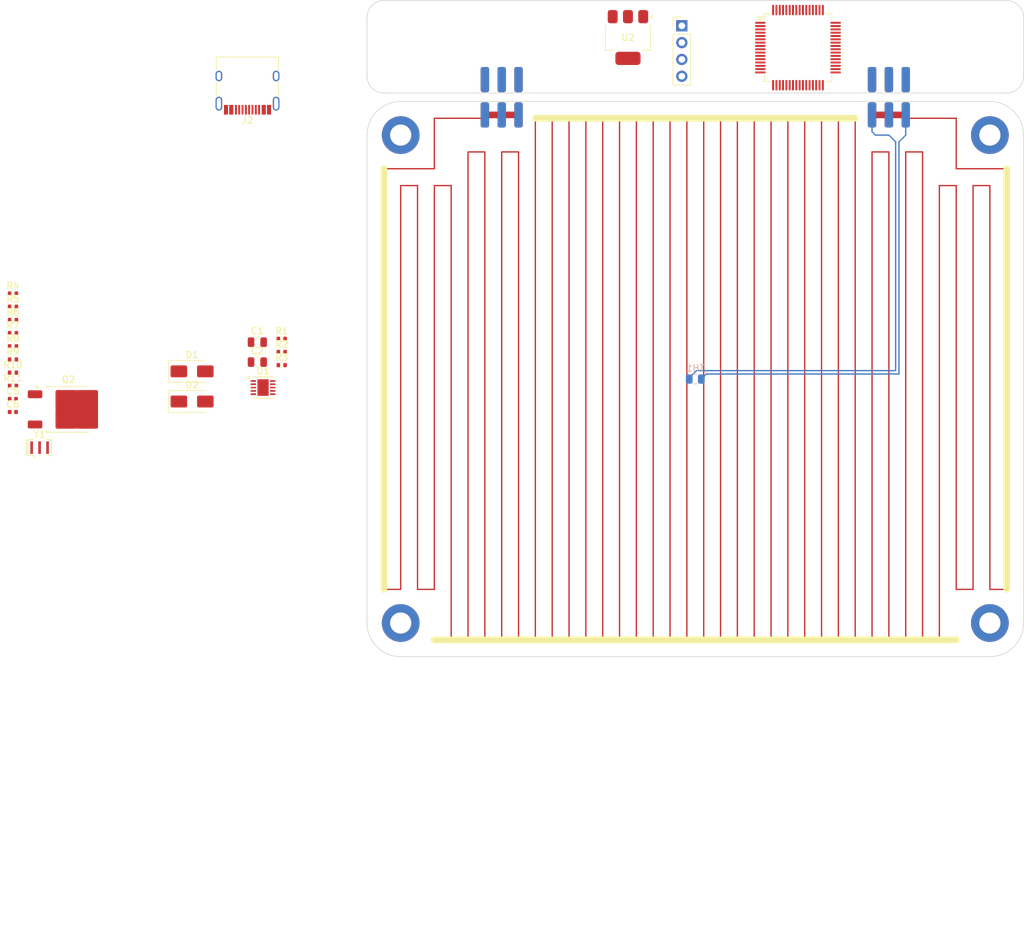
<source format=kicad_pcb>
(kicad_pcb (version 20240108) (generator "pcbnew") (generator_version "8.0")
  (layers (0 "F.Cu" signal) (31 "B.Cu" signal) (34 "B.Paste" user) (35 "F.Paste" user) (36 "B.SilkS" user "B.Silkscreen") (37 "F.SilkS" user "F.Silkscreen") (38 "B.Mask" user) (39 "F.Mask" user) (44 "Edge.Cuts" user))
  (net 0 "")
  (net 1 "+3V3")
  (net 2 "+24V")
  (net 3 "GND")
  (net 7 "Net-(J4-Pin_6)")
  (net 8 "Net-(J4-Pin_2)")
  (net 10 "Net-(Q1-G)")
  (net 11 "GATE")
  (net 12 "Net-(J2-VBUS-PadA4)")
  (net 13 "Net-(U1-VIN)")
  (net 14 "USB_D+")
  (net 15 "Net-(U4-PA12)")
  (net 16 "USB_D-")
  (net 17 "Net-(U4-PA11)")
  (net 18 "Net-(U4-NRST)")
  (net 19 "Heater_CTRL")
  (net 20 "Net-(U4-PB2)")
  (net 21 "BOOT0")
  (net 22 "NTC_Measure")
  (net 23 "Net-(J6-Pin_1)")
  (net 24 "SWCLK")
  (net 40 "SWDIO")
  (net 47 "Net-(U4-PD1)")
  (net 48 "Net-(U4-PD0)")
  (net 60 "SDA1")
  (net 62 "SCL1")
  (net 72 "UDB_D+")
  (net 73 "UDB_D-")
  (net 74 "Net-(J2-CC2)")
  (net 76 "Net-(J2-CC1)")
  (net 78 "Net-(D2-A)")
  (net 83 "/Heater")
  (net 84 "Net-(D1-A)")
  (footprint "Diode_SMD:D_SMA" (layer "F.Cu") (at 63.7735 91.551)
    (property "Reference" "D1" (at 0 -2.5 0) (layer "F.SilkS"))
    (property "Value" "SS34")
    (fp_line (start -3.51 -1.65) (end -3.51 1.65) (stroke (width 0.12)) (layer "F.SilkS"))
    (fp_line (start -3.51 -1.65) (end 2 -1.65) (stroke (width 0.12)) (layer "F.SilkS"))
    (fp_line (start -3.51 1.65) (end 2 1.65) (stroke (width 0.12)) (layer "F.SilkS"))
    (pad "1" smd roundrect (at -2 0) (size 2.5 1.8) (layers "F.Cu" "F.Paste" "F.Mask") (roundrect_rratio 0.1388888889) (net 2 "+24V"))
    (pad "2" smd roundrect (at 2 0) (size 2.5 1.8) (layers "F.Cu" "F.Paste" "F.Mask") (roundrect_rratio 0.1388888889) (net 84 "Net-(D1-A)"))
  )
  (footprint "Capacitor_SMD:C_0805_2012Metric" (layer "F.Cu") (at 73.6185 90.151)
    (property "Reference" "C2" (at 0 -1.68 0) (layer "F.SilkS"))
    (property "Value" "22u")
    (fp_line (start -0.261252 -0.735) (end 0.261252 -0.735) (stroke (width 0.12)) (layer "F.SilkS"))
    (fp_line (start -0.261252 0.735) (end 0.261252 0.735) (stroke (width 0.12)) (layer "F.SilkS"))
    (pad "1" smd roundrect (at -0.95 0) (size 1 1.45) (layers "F.Cu" "F.Paste" "F.Mask") (net 1 "+3V3"))
    (pad "2" smd roundrect (at 0.95 0) (size 1 1.45) (layers "F.Cu" "F.Paste" "F.Mask") (net 3 "GND"))
  )
  (footprint "MountingHole:MountingHole_3.2mm_M3_ISO7380_Pad" (layer "F.Cu") (at 95.25 129.54)
    (property "Reference" "REF**" (hide yes))
    (property "Value" "MountingHole_3.2mm_M3_ISO7380_Pad" (hide yes))
    (pad "1" thru_hole circle (at 0 0) (size 5.7 5.7) (drill 3.2) (layers "*.Cu" "*.Mask"))
  )
  (footprint "Capacitor_SMD:C_0402_1005Metric" (layer "F.Cu") (at 36.7285 95.711)
    (property "Reference" "C5" (at 0 -1.16 0) (layer "F.SilkS"))
    (property "Value" "10p")
    (fp_line (start -0.107836 -0.36) (end 0.107836 -0.36) (stroke (width 0.12)) (layer "F.SilkS"))
    (fp_line (start -0.107836 0.36) (end 0.107836 0.36) (stroke (width 0.12)) (layer "F.SilkS"))
    (pad "1" smd roundrect (at -0.48 0) (size 0.56 0.62) (layers "F.Cu" "F.Paste" "F.Mask") (net 3 "GND"))
    (pad "2" smd roundrect (at 0.48 0) (size 0.56 0.62) (layers "F.Cu" "F.Paste" "F.Mask") (net 48 "Net-(U4-PD0)"))
  )
  (footprint "Package_TO_SOT_SMD:SOT-223-3_TabPin2" (layer "F.Cu") (at 129.54 41.148 -90)
    (property "Reference" "U2" (at 0 0 180) (layer "F.SilkS"))
    (property "Value" "AMS1117-3.3")
    (fp_line (start -1.85 3.41) (end 1.91 3.41) (stroke (width 0.12)) (layer "F.SilkS"))
    (fp_line (start 1.91 3.41) (end 1.91 2.15) (stroke (width 0.12)) (layer "F.SilkS"))
    (fp_line (start -1.85 -3.41) (end 1.91 -3.41) (stroke (width 0.12)) (layer "F.SilkS"))
    (fp_line (start 1.91 -3.41) (end 1.91 -2.15) (stroke (width 0.12)) (layer "F.SilkS"))
    (fp_poly (pts (xy -3.13 -3.31) (xy -3.37 -3.64) (xy -2.89 -3.64) (xy -3.13 -3.31)) (stroke (width 0.12)) (fill solid) (layer "F.SilkS"))
    (pad "1" smd roundrect (at -3.15 -2.3 270) (size 2 1.5) (layers "F.Cu" "F.Paste" "F.Mask") (net 3 "GND"))
    (pad "2" smd roundrect (at -3.15 0 270) (size 2 1.5) (layers "F.Cu" "F.Paste" "F.Mask") (net 1 "+3V3"))
    (pad "2" smd roundrect (at 3.15 0 270) (size 2 3.8) (layers "F.Cu" "F.Paste" "F.Mask") (net 1 "+3V3"))
    (pad "3" smd roundrect (at -3.15 2.3 270) (size 2 1.5) (layers "F.Cu" "F.Paste" "F.Mask") (net 2 "+24V"))
  )
  (footprint "Resistor_SMD:R_0402_1005Metric" (layer "F.Cu") (at 36.7485 91.741)
    (property "Reference" "R10" (at 0 -1.17 0) (layer "F.SilkS"))
    (property "Value" "22")
    (fp_line (start -0.153641 -0.38) (end 0.153641 -0.38) (stroke (width 0.12)) (layer "F.SilkS"))
    (fp_line (start -0.153641 0.38) (end 0.153641 0.38) (stroke (width 0.12)) (layer "F.SilkS"))
    (pad "1" smd roundrect (at -0.51 0) (size 0.54 0.64) (layers "F.Cu" "F.Paste" "F.Mask") (net 15 "Net-(U4-PA12)"))
    (pad "2" smd roundrect (at 0.51 0) (size 0.54 0.64) (layers "F.Cu" "F.Paste" "F.Mask") (net 14 "USB_D+"))
  )
  (footprint "Diode_SMD:D_SMA" (layer "F.Cu") (at 63.7735 96.101)
    (property "Reference" "D2" (at 0 -2.5 0) (layer "F.SilkS"))
    (property "Value" "SS34")
    (fp_line (start -3.51 -1.65) (end -3.51 1.65) (stroke (width 0.12)) (layer "F.SilkS"))
    (fp_line (start -3.51 -1.65) (end 2 -1.65) (stroke (width 0.12)) (layer "F.SilkS"))
    (fp_line (start -3.51 1.65) (end 2 1.65) (stroke (width 0.12)) (layer "F.SilkS"))
    (pad "1" smd roundrect (at -2 0) (size 2.5 1.8) (layers "F.Cu" "F.Paste" "F.Mask") (roundrect_rratio 0.1388888889) (net 2 "+24V"))
    (pad "2" smd roundrect (at 2 0) (size 2.5 1.8) (layers "F.Cu" "F.Paste" "F.Mask") (roundrect_rratio 0.1388888889) (net 78 "Net-(D2-A)"))
  )
  (footprint "Edge_Connector:02x03" (layer "F.Cu") (at 110.49 52.832)
    (property "Reference" "J3" (hide yes))
    (property "Value" "Conn_02x03_Odd_Even" (hide yes))
    (pad "1" smd roundrect (at -2.54 0) (size 1.27 3.81) (layers "F.Cu" "F.Paste" "F.Mask") (net 83 "/Heater"))
    (pad "2" smd roundrect (at -2.54 0) (size 1.27 3.81) (layers "B.Cu" "B.Paste" "B.Mask"))
    (pad "3" smd roundrect (at 0 0) (size 1.27 3.81) (layers "F.Cu" "F.Paste" "F.Mask") (net 83 "/Heater"))
    (pad "4" smd roundrect (at 0 0) (size 1.27 3.81) (layers "B.Cu" "B.Paste" "B.Mask"))
    (pad "5" smd roundrect (at 2.54 0) (size 1.27 3.81) (layers "F.Cu" "F.Paste" "F.Mask") (net 83 "/Heater"))
    (pad "6" smd roundrect (at 2.54 0) (size 1.27 3.81) (layers "B.Cu" "B.Paste" "B.Mask"))
  )
  (footprint "Capacitor_SMD:C_0805_2012Metric" (layer "F.Cu") (at 73.6185 87.141)
    (property "Reference" "C1" (at 0 -1.68 0) (layer "F.SilkS"))
    (property "Value" "22u")
    (fp_line (start -0.261252 -0.735) (end 0.261252 -0.735) (stroke (width 0.12)) (layer "F.SilkS"))
    (fp_line (start -0.261252 0.735) (end 0.261252 0.735) (stroke (width 0.12)) (layer "F.SilkS"))
    (pad "1" smd roundrect (at -0.95 0) (size 1 1.45) (layers "F.Cu" "F.Paste" "F.Mask") (net 2 "+24V"))
    (pad "2" smd roundrect (at 0.95 0) (size 1 1.45) (layers "F.Cu" "F.Paste" "F.Mask") (net 3 "GND"))
  )
  (footprint "Resistor_SMD:R_0402_1005Metric" (layer "F.Cu") (at 36.7485 93.731)
    (property "Reference" "R11" (at 0 -1.17 0) (layer "F.SilkS"))
    (property "Value" "R")
    (fp_line (start -0.153641 -0.38) (end 0.153641 -0.38) (stroke (width 0.12)) (layer "F.SilkS"))
    (fp_line (start -0.153641 0.38) (end 0.153641 0.38) (stroke (width 0.12)) (layer "F.SilkS"))
    (pad "1" smd roundrect (at -0.51 0) (size 0.54 0.64) (layers "F.Cu" "F.Paste" "F.Mask") (net 14 "USB_D+"))
    (pad "2" smd roundrect (at 0.51 0) (size 0.54 0.64) (layers "F.Cu" "F.Paste" "F.Mask") (net 1 "+3V3"))
  )
  (footprint "MountingHole:MountingHole_3.2mm_M3_ISO7380_Pad" (layer "F.Cu") (at 95.25 55.88)
    (property "Reference" "REF**" (hide yes))
    (property "Value" "MountingHole_3.2mm_M3_ISO7380_Pad" (hide yes))
    (pad "1" thru_hole circle (at 0 0) (size 5.7 5.7) (drill 3.2) (layers "*.Cu" "*.Mask"))
  )
  (footprint "Resistor_SMD:R_0402_1005Metric" (layer "F.Cu") (at 36.7485 79.801)
    (property "Reference" "R4" (at 0 -1.17 0) (layer "F.SilkS"))
    (property "Value" "100k")
    (fp_line (start -0.153641 -0.38) (end 0.153641 -0.38) (stroke (width 0.12)) (layer "F.SilkS"))
    (fp_line (start -0.153641 0.38) (end 0.153641 0.38) (stroke (width 0.12)) (layer "F.SilkS"))
    (pad "1" smd roundrect (at -0.51 0) (size 0.54 0.64) (layers "F.Cu" "F.Paste" "F.Mask") (net 19 "Heater_CTRL"))
    (pad "2" smd roundrect (at 0.51 0) (size 0.54 0.64) (layers "F.Cu" "F.Paste" "F.Mask") (net 3 "GND"))
  )
  (footprint "Resistor_SMD:R_0402_1005Metric" (layer "F.Cu") (at 36.7485 89.751)
    (property "Reference" "R9" (at 0 -1.17 0) (layer "F.SilkS"))
    (property "Value" "22")
    (fp_line (start -0.153641 -0.38) (end 0.153641 -0.38) (stroke (width 0.12)) (layer "F.SilkS"))
    (fp_line (start -0.153641 0.38) (end 0.153641 0.38) (stroke (width 0.12)) (layer "F.SilkS"))
    (pad "1" smd roundrect (at -0.51 0) (size 0.54 0.64) (layers "F.Cu" "F.Paste" "F.Mask") (net 17 "Net-(U4-PA11)"))
    (pad "2" smd roundrect (at 0.51 0) (size 0.54 0.64) (layers "F.Cu" "F.Paste" "F.Mask") (net 16 "USB_D-"))
  )
  (footprint "MountingHole:MountingHole_3.2mm_M3_ISO7380_Pad" (layer "F.Cu") (at 184.15 55.88)
    (property "Reference" "REF**" (hide yes))
    (property "Value" "MountingHole_3.2mm_M3_ISO7380_Pad" (hide yes))
    (pad "1" thru_hole circle (at 0 0) (size 5.7 5.7) (drill 3.2) (layers "*.Cu" "*.Mask"))
  )
  (footprint "Resistor_SMD:R_0402_1005Metric" (layer "F.Cu") (at 77.2985 88.621)
    (property "Reference" "R2" (at 0 -1.17 0) (layer "F.SilkS"))
    (property "Value" "100k")
    (fp_line (start -0.153641 -0.38) (end 0.153641 -0.38) (stroke (width 0.12)) (layer "F.SilkS"))
    (fp_line (start -0.153641 0.38) (end 0.153641 0.38) (stroke (width 0.12)) (layer "F.SilkS"))
    (pad "1" smd roundrect (at -0.51 0) (size 0.54 0.64) (layers "F.Cu" "F.Paste" "F.Mask") (net 10 "Net-(Q1-G)"))
    (pad "2" smd roundrect (at 0.51 0) (size 0.54 0.64) (layers "F.Cu" "F.Paste" "F.Mask") (net 12 "Net-(J2-VBUS-PadA4)"))
  )
  (footprint "Resistor_SMD:R_0402_1005Metric" (layer "F.Cu") (at 77.2985 86.631)
    (property "Reference" "R1" (at 0 -1.17 0) (layer "F.SilkS"))
    (property "Value" "10k")
    (fp_line (start -0.153641 -0.38) (end 0.153641 -0.38) (stroke (width 0.12)) (layer "F.SilkS"))
    (fp_line (start -0.153641 0.38) (end 0.153641 0.38) (stroke (width 0.12)) (layer "F.SilkS"))
    (pad "1" smd roundrect (at -0.51 0) (size 0.54 0.64) (layers "F.Cu" "F.Paste" "F.Mask") (net 11 "GATE"))
    (pad "2" smd roundrect (at 0.51 0) (size 0.54 0.64) (layers "F.Cu" "F.Paste" "F.Mask") (net 10 "Net-(Q1-G)"))
  )
  (footprint "Package_TO_SOT_SMD:TO-252-2" (layer "F.Cu") (at 45.1185 97.286)
    (property "Reference" "Q2" (at 0 -4.5 0) (layer "F.SilkS"))
    (property "Value" "Q_NMOS_GDS")
    (fp_line (start -3.31 -3.45) (end -3.31 -3.18) (stroke (width 0.12)) (layer "F.SilkS"))
    (fp_line (start -3.31 3.45) (end -3.31 3.18) (stroke (width 0.12)) (layer "F.SilkS"))
    (fp_line (start 3.11 -3.45) (end -3.31 -3.45) (stroke (width 0.12)) (layer "F.SilkS"))
    (fp_line (start 3.11 3.45) (end -3.31 3.45) (stroke (width 0.12)) (layer "F.SilkS"))
    (fp_poly (pts (xy -4.73 -3.14) (xy -4.97 -3.47) (xy -4.49 -3.47) (xy -4.73 -3.14)) (stroke (width 0.12)) (fill solid) (layer "F.SilkS"))
    (pad "1" smd roundrect (at -5.04 -2.28) (size 2.2 1.2) (layers "F.Cu" "F.Paste" "F.Mask") (roundrect_rratio 0.208333) (net 19 "Heater_CTRL"))
    (pad "2" smd roundrect (at -0.415 -1.525) (size 3.05 2.75) (layers "F.Cu" "F.Paste") (roundrect_rratio 0.090909) (net 23 "Net-(J6-Pin_1)"))
    (pad "2" smd roundrect (at -0.415 1.525) (size 3.05 2.75) (layers "F.Cu" "F.Paste") (roundrect_rratio 0.090909) (net 23 "Net-(J6-Pin_1)"))
    (pad "2" smd roundrect (at 1.26 0) (size 6.4 5.8) (layers "F.Cu" "F.Mask") (roundrect_rratio 0.043103) (net 23 "Net-(J6-Pin_1)"))
    (pad "2" smd roundrect (at 2.935 -1.525) (size 3.05 2.75) (layers "F.Cu" "F.Paste") (roundrect_rratio 0.090909) (net 23 "Net-(J6-Pin_1)"))
    (pad "2" smd roundrect (at 2.935 1.525) (size 3.05 2.75) (layers "F.Cu" "F.Paste") (roundrect_rratio 0.090909) (net 23 "Net-(J6-Pin_1)"))
    (pad "3" smd roundrect (at -5.04 2.28) (size 2.2 1.2) (layers "F.Cu" "F.Paste" "F.Mask") (roundrect_rratio 0.208333) (net 3 "GND"))
  )
  (footprint "Package_DFN_QFN:DFN-10-1EP_3x3mm_P0.5mm_EP1.7x2.5mm" (layer "F.Cu") (at 74.4835 93.996)
    (property "Reference" "U1" (at 0 -2.45 0) (layer "F.SilkS"))
    (property "Value" "HUSB238")
    (fp_line (start -1.5 -1.61) (end 1.5 -1.61) (stroke (width 0.12)) (layer "F.SilkS"))
    (fp_line (start -1.5 1.61) (end 1.5 1.61) (stroke (width 0.12)) (layer "F.SilkS"))
    (fp_poly (pts (xy -2.05 -1.3) (xy -2.53 -1.3) (xy -2.05 -1.78) (xy -2.05 -1.3)) (stroke (width 0.12)) (fill solid) (layer "F.SilkS"))
    (pad "1" smd roundrect (at -1.4625 -1) (size 0.825 0.25) (layers "F.Cu" "F.Paste" "F.Mask") (net 13 "Net-(U1-VIN)"))
    (pad "2" smd roundrect (at -1.4625 -0.5) (size 0.825 0.25) (layers "F.Cu" "F.Paste" "F.Mask") (net 72 "UDB_D+"))
    (pad "3" smd roundrect (at -1.4625 0) (size 0.825 0.25) (layers "F.Cu" "F.Paste" "F.Mask") (net 73 "UDB_D-"))
    (pad "4" smd roundrect (at -1.4625 0.5) (size 0.825 0.25) (layers "F.Cu" "F.Paste" "F.Mask") (net 76 "Net-(J2-CC1)"))
    (pad "5" smd roundrect (at -1.4625 1) (size 0.825 0.25) (layers "F.Cu" "F.Paste" "F.Mask") (net 74 "Net-(J2-CC2)"))
    (pad "6" smd roundrect (at 1.4625 1) (size 0.825 0.25) (layers "F.Cu" "F.Paste" "F.Mask") (net 60 "SDA1"))
    (pad "7" smd roundrect (at 1.4625 0.5) (size 0.825 0.25) (layers "F.Cu" "F.Paste" "F.Mask") (net 62 "SCL1"))
    (pad "8" smd roundrect (at 1.4625 0) (size 0.825 0.25) (layers "F.Cu" "F.Paste" "F.Mask"))
    (pad "9" smd roundrect (at 1.4625 -0.5) (size 0.825 0.25) (layers "F.Cu" "F.Paste" "F.Mask"))
    (pad "10" smd roundrect (at 1.4625 -1) (size 0.825 0.25) (layers "F.Cu" "F.Paste" "F.Mask") (net 11 "GATE"))
    (pad "11" smd rect (at 0 0) (size 1.7 2.5) (property pad_prop_heatsink) (layers "F.Cu" "F.Mask") (net 3 "GND"))
  )
  (footprint "Resistor_SMD:R_0402_1005Metric" (layer "F.Cu") (at 36.7485 83.781)
    (property "Reference" "R6" (at 0 -1.17 0) (layer "F.SilkS"))
    (property "Value" "10k")
    (fp_line (start -0.153641 -0.38) (end 0.153641 -0.38) (stroke (width 0.12)) (layer "F.SilkS"))
    (fp_line (start -0.153641 0.38) (end 0.153641 0.38) (stroke (width 0.12)) (layer "F.SilkS"))
    (pad "1" smd roundrect (at -0.51 0) (size 0.54 0.64) (layers "F.Cu" "F.Paste" "F.Mask") (net 1 "+3V3"))
    (pad "2" smd roundrect (at 0.51 0) (size 0.54 0.64) (layers "F.Cu" "F.Paste" "F.Mask") (net 21 "BOOT0"))
  )
  (footprint "Crystal:Resonator_SMD_Murata_CSTxExxV-3Pin_3.0x1.1mm" (layer "F.Cu") (at 40.7635 103.066)
    (property "Reference" "Y1" (at 0 -2 0) (layer "F.SilkS"))
    (property "Value" "8M")
    (fp_line (start -2 -1.2) (end -2 0.8) (stroke (width 0.12)) (layer "F.SilkS"))
    (fp_line (start -2 0.8) (end -2 1.2) (stroke (width 0.12)) (layer "F.SilkS"))
    (fp_line (start -1.8 -1.2) (end -0.8 -1.2) (stroke (width 0.12)) (layer "F.SilkS"))
    (fp_line (start -1.8 0.8) (end -1.8 -1.2) (stroke (width 0.12)) (layer "F.SilkS"))
    (fp_line (start -1.8 0.8) (end -1.8 1.2) (stroke (width 0.12)) (layer "F.SilkS"))
    (fp_line (start -0.8 1.2) (end -1.8 1.2) (stroke (width 0.12)) (layer "F.SilkS"))
    (fp_line (start -0.8 1.2) (end -0.8 1.6) (stroke (width 0.12)) (layer "F.SilkS"))
    (fp_line (start 1 -1.2) (end 1.8 -1.2) (stroke (width 0.12)) (layer "F.SilkS"))
    (fp_line (start 1.8 -1.2) (end 1.8 0.8) (stroke (width 0.12)) (layer "F.SilkS"))
    (fp_line (start 1.8 0.8) (end 1.8 1.2) (stroke (width 0.12)) (layer "F.SilkS"))
    (fp_line (start 1.8 1.2) (end 1 1.2) (stroke (width 0.12)) (layer "F.SilkS"))
    (pad "1" smd rect (at -1.2 0) (size 0.4 1.9) (layers "F.Cu" "F.Paste" "F.Mask") (net 48 "Net-(U4-PD0)"))
    (pad "2" smd rect (at 0 0) (size 0.4 1.9) (layers "F.Cu" "F.Paste" "F.Mask") (net 3 "GND"))
    (pad "3" smd rect (at 1.2 0) (size 0.4 1.9) (layers "F.Cu" "F.Paste" "F.Mask") (net 47 "Net-(U4-PD1)"))
  )
  (footprint "Resistor_SMD:R_0402_1005Metric" (layer "F.Cu") (at 36.7485 87.761)
    (property "Reference" "R8" (at 0 -1.17 0) (layer "F.SilkS"))
    (property "Value" "10k")
    (fp_line (start -0.153641 -0.38) (end 0.153641 -0.38) (stroke (width 0.12)) (layer "F.SilkS"))
    (fp_line (start -0.153641 0.38) (end 0.153641 0.38) (stroke (width 0.12)) (layer "F.SilkS"))
    (pad "1" smd roundrect (at -0.51 0) (size 0.54 0.64) (layers "F.Cu" "F.Paste" "F.Mask") (net 1 "+3V3"))
    (pad "2" smd roundrect (at 0.51 0) (size 0.54 0.64) (layers "F.Cu" "F.Paste" "F.Mask") (net 18 "Net-(U4-NRST)"))
  )
  (footprint "Resistor_SMD:R_0402_1005Metric" (layer "F.Cu") (at 36.7485 81.791)
    (property "Reference" "R5" (at 0 -1.17 0) (layer "F.SilkS"))
    (property "Value" "10k")
    (fp_line (start -0.153641 -0.38) (end 0.153641 -0.38) (stroke (width 0.12)) (layer "F.SilkS"))
    (fp_line (start -0.153641 0.38) (end 0.153641 0.38) (stroke (width 0.12)) (layer "F.SilkS"))
    (pad "1" smd roundrect (at -0.51 0) (size 0.54 0.64) (layers "F.Cu" "F.Paste" "F.Mask") (net 3 "GND"))
    (pad "2" smd roundrect (at 0.51 0) (size 0.54 0.64) (layers "F.Cu" "F.Paste" "F.Mask") (net 20 "Net-(U4-PB2)"))
  )
  (footprint "Connector_PinHeader_2.54mm:PinHeader_1x04_P2.54mm_Vertical" (layer "F.Cu") (at 137.668 39.38)
    (property "Reference" "J7" (hide yes))
    (property "Value" "Conn_01x04_Pin" (hide yes))
    (fp_line (start -1.33 -1.33) (end 0 -1.33) (stroke (width 0.12)) (layer "F.SilkS"))
    (fp_line (start -1.33 0) (end -1.33 -1.33) (stroke (width 0.12)) (layer "F.SilkS"))
    (fp_line (start -1.33 1.27) (end -1.33 8.95) (stroke (width 0.12)) (layer "F.SilkS"))
    (fp_line (start -1.33 1.27) (end 1.33 1.27) (stroke (width 0.12)) (layer "F.SilkS"))
    (fp_line (start -1.33 8.95) (end 1.33 8.95) (stroke (width 0.12)) (layer "F.SilkS"))
    (fp_line (start 1.33 1.27) (end 1.33 8.95) (stroke (width 0.12)) (layer "F.SilkS"))
    (pad "1" thru_hole rect (at 0 0) (size 1.7 1.7) (drill 1) (layers "*.Cu" "*.Mask") (net 3 "GND"))
    (pad "2" thru_hole oval (at 0 2.54) (size 1.7 1.7) (drill 1) (layers "*.Cu" "*.Mask") (net 1 "+3V3"))
    (pad "3" thru_hole oval (at 0 5.08) (size 1.7 1.7) (drill 1) (layers "*.Cu" "*.Mask") (net 62 "SCL1"))
    (pad "4" thru_hole oval (at 0 7.62) (size 1.7 1.7) (drill 1) (layers "*.Cu" "*.Mask") (net 60 "SDA1"))
  )
  (footprint "Resistor_SMD:R_0402_1005Metric" (layer "F.Cu") (at 77.2985 90.611)
    (property "Reference" "R3" (at 0 -1.17 0) (layer "F.SilkS"))
    (property "Value" "10r")
    (fp_line (start -0.153641 -0.38) (end 0.153641 -0.38) (stroke (width 0.12)) (layer "F.SilkS"))
    (fp_line (start -0.153641 0.38) (end 0.153641 0.38) (stroke (width 0.12)) (layer "F.SilkS"))
    (pad "1" smd roundrect (at -0.51 0) (size 0.54 0.64) (layers "F.Cu" "F.Paste" "F.Mask") (net 12 "Net-(J2-VBUS-PadA4)"))
    (pad "2" smd roundrect (at 0.51 0) (size 0.54 0.64) (layers "F.Cu" "F.Paste" "F.Mask") (net 13 "Net-(U1-VIN)"))
  )
  (footprint "Package_QFP:LQFP-64_10x10mm_P0.5mm" (layer "F.Cu") (at 155.194 42.672)
    (property "Reference" "U4" (hide yes))
    (property "Value" "STM32F103RBTx" (hide yes))
    (fp_line (start -5.11 -5.11) (end -5.11 -4.16) (stroke (width 0.12)) (layer "F.SilkS"))
    (fp_line (start -5.11 5.11) (end -5.11 4.16) (stroke (width 0.12)) (layer "F.SilkS"))
    (fp_line (start -4.16 -5.11) (end -5.11 -5.11) (stroke (width 0.12)) (layer "F.SilkS"))
    (fp_line (start -4.16 5.11) (end -5.11 5.11) (stroke (width 0.12)) (layer "F.SilkS"))
    (fp_line (start 4.16 -5.11) (end 5.11 -5.11) (stroke (width 0.12)) (layer "F.SilkS"))
    (fp_line (start 4.16 5.11) (end 5.11 5.11) (stroke (width 0.12)) (layer "F.SilkS"))
    (fp_line (start 5.11 -5.11) (end 5.11 -4.16) (stroke (width 0.12)) (layer "F.SilkS"))
    (fp_line (start 5.11 5.11) (end 5.11 4.16) (stroke (width 0.12)) (layer "F.SilkS"))
    (fp_poly (pts (xy -5.725 -4.16) (xy -6.065 -4.63) (xy -5.385 -4.629999) (xy -5.725 -4.16)) (stroke (width 0.12)) (fill solid) (layer "F.SilkS"))
    (pad "1" smd roundrect (at -5.675 -3.749999) (size 1.55 0.3) (layers "F.Cu" "F.Paste" "F.Mask"))
    (pad "2" smd roundrect (at -5.675 -3.25) (size 1.55 0.3) (layers "F.Cu" "F.Paste" "F.Mask"))
    (pad "3" smd roundrect (at -5.675 -2.75) (size 1.55 0.3) (layers "F.Cu" "F.Paste" "F.Mask"))
    (pad "4" smd roundrect (at -5.675 -2.25) (size 1.55 0.3) (layers "F.Cu" "F.Paste" "F.Mask"))
    (pad "5" smd roundrect (at -5.675 -1.75) (size 1.55 0.3) (layers "F.Cu" "F.Paste" "F.Mask") (net 48 "Net-(U4-PD0)"))
    (pad "6" smd roundrect (at -5.675 -1.249999) (size 1.55 0.3) (layers "F.Cu" "F.Paste" "F.Mask") (net 47 "Net-(U4-PD1)"))
    (pad "7" smd roundrect (at -5.675 -0.75) (size 1.55 0.3) (layers "F.Cu" "F.Paste" "F.Mask") (net 18 "Net-(U4-NRST)"))
    (pad "8" smd roundrect (at -5.675 -0.25) (size 1.55 0.3) (layers "F.Cu" "F.Paste" "F.Mask"))
    (pad "9" smd roundrect (at -5.675 0.25) (size 1.55 0.3) (layers "F.Cu" "F.Paste" "F.Mask"))
    (pad "10" smd roundrect (at -5.675 0.75) (size 1.55 0.3) (layers "F.Cu" "F.Paste" "F.Mask"))
    (pad "11" smd roundrect (at -5.675 1.249999) (size 1.55 0.3) (layers "F.Cu" "F.Paste" "F.Mask"))
    (pad "12" smd roundrect (at -5.675 1.75) (size 1.55 0.3) (layers "F.Cu" "F.Paste" "F.Mask") (net 3 "GND"))
    (pad "13" smd roundrect (at -5.675 2.25) (size 1.55 0.3) (layers "F.Cu" "F.Paste" "F.Mask") (net 1 "+3V3"))
    (pad "14" smd roundrect (at -5.675 2.75) (size 1.55 0.3) (layers "F.Cu" "F.Paste" "F.Mask"))
    (pad "15" smd roundrect (at -5.675 3.25) (size 1.55 0.3) (layers "F.Cu" "F.Paste" "F.Mask"))
    (pad "16" smd roundrect (at -5.675 3.749999) (size 1.55 0.3) (layers "F.Cu" "F.Paste" "F.Mask"))
    (pad "17" smd roundrect (at -3.749999 5.675) (size 0.3 1.55) (layers "F.Cu" "F.Paste" "F.Mask"))
    (pad "18" smd roundrect (at -3.25 5.675) (size 0.3 1.55) (layers "F.Cu" "F.Paste" "F.Mask") (net 3 "GND"))
    (pad "19" smd roundrect (at -2.75 5.675) (size 0.3 1.55) (layers "F.Cu" "F.Paste" "F.Mask") (net 1 "+3V3"))
    (pad "20" smd roundrect (at -2.25 5.675) (size 0.3 1.55) (layers "F.Cu" "F.Paste" "F.Mask"))
    (pad "21" smd roundrect (at -1.75 5.675) (size 0.3 1.55) (layers "F.Cu" "F.Paste" "F.Mask"))
    (pad "22" smd roundrect (at -1.249999 5.675) (size 0.3 1.55) (layers "F.Cu" "F.Paste" "F.Mask"))
    (pad "23" smd roundrect (at -0.75 5.675) (size 0.3 1.55) (layers "F.Cu" "F.Paste" "F.Mask"))
    (pad "24" smd roundrect (at -0.25 5.675) (size 0.3 1.55) (layers "F.Cu" "F.Paste" "F.Mask"))
    (pad "25" smd roundrect (at 0.25 5.675) (size 0.3 1.55) (layers "F.Cu" "F.Paste" "F.Mask"))
    (pad "26" smd roundrect (at 0.75 5.675) (size 0.3 1.55) (layers "F.Cu" "F.Paste" "F.Mask"))
    (pad "27" smd roundrect (at 1.249999 5.675) (size 0.3 1.55) (layers "F.Cu" "F.Paste" "F.Mask"))
    (pad "28" smd roundrect (at 1.75 5.675) (size 0.3 1.55) (layers "F.Cu" "F.Paste" "F.Mask") (net 20 "Net-(U4-PB2)"))
    (pad "29" smd roundrect (at 2.25 5.675) (size 0.3 1.55) (layers "F.Cu" "F.Paste" "F.Mask"))
    (pad "30" smd roundrect (at 2.75 5.675) (size 0.3 1.55) (layers "F.Cu" "F.Paste" "F.Mask"))
    (pad "31" smd roundrect (at 3.25 5.675) (size 0.3 1.55) (layers "F.Cu" "F.Paste" "F.Mask") (net 3 "GND"))
    (pad "32" smd roundrect (at 3.749999 5.675) (size 0.3 1.55) (layers "F.Cu" "F.Paste" "F.Mask") (net 1 "+3V3"))
    (pad "33" smd roundrect (at 5.675 3.749999) (size 1.55 0.3) (layers "F.Cu" "F.Paste" "F.Mask"))
    (pad "34" smd roundrect (at 5.675 3.25) (size 1.55 0.3) (layers "F.Cu" "F.Paste" "F.Mask"))
    (pad "35" smd roundrect (at 5.675 2.75) (size 1.55 0.3) (layers "F.Cu" "F.Paste" "F.Mask"))
    (pad "36" smd roundrect (at 5.675 2.25) (size 1.55 0.3) (layers "F.Cu" "F.Paste" "F.Mask"))
    (pad "37" smd roundrect (at 5.675 1.75) (size 1.55 0.3) (layers "F.Cu" "F.Paste" "F.Mask"))
    (pad "38" smd roundrect (at 5.675 1.249999) (size 1.55 0.3) (layers "F.Cu" "F.Paste" "F.Mask"))
    (pad "39" smd roundrect (at 5.675 0.75) (size 1.55 0.3) (layers "F.Cu" "F.Paste" "F.Mask"))
    (pad "40" smd roundrect (at 5.675 0.25) (size 1.55 0.3) (layers "F.Cu" "F.Paste" "F.Mask"))
    (pad "41" smd roundrect (at 5.675 -0.25) (size 1.55 0.3) (layers "F.Cu" "F.Paste" "F.Mask"))
    (pad "42" smd roundrect (at 5.675 -0.75) (size 1.55 0.3) (layers "F.Cu" "F.Paste" "F.Mask"))
    (pad "43" smd roundrect (at 5.675 -1.249999) (size 1.55 0.3) (layers "F.Cu" "F.Paste" "F.Mask"))
    (pad "44" smd roundrect (at 5.675 -1.75) (size 1.55 0.3) (layers "F.Cu" "F.Paste" "F.Mask") (net 17 "Net-(U4-PA11)"))
    (pad "45" smd roundrect (at 5.675 -2.25) (size 1.55 0.3) (layers "F.Cu" "F.Paste" "F.Mask") (net 15 "Net-(U4-PA12)"))
    (pad "46" smd roundrect (at 5.675 -2.75) (size 1.55 0.3) (layers "F.Cu" "F.Paste" "F.Mask") (net 40 "SWDIO"))
    (pad "47" smd roundrect (at 5.675 -3.25) (size 1.55 0.3) (layers "F.Cu" "F.Paste" "F.Mask") (net 3 "GND"))
    (pad "48" smd roundrect (at 5.675 -3.749999) (size 1.55 0.3) (layers "F.Cu" "F.Paste" "F.Mask") (net 1 "+3V3"))
    (pad "49" smd roundrect (at 3.749999 -5.675) (size 0.3 1.55) (layers "F.Cu" "F.Paste" "F.Mask") (net 24 "SWCLK"))
    (pad "50" smd roundrect (at 3.25 -5.675) (size 0.3 1.55) (layers "F.Cu" "F.Paste" "F.Mask"))
    (pad "51" smd roundrect (at 2.75 -5.675) (size 0.3 1.55) (layers "F.Cu" "F.Paste" "F.Mask"))
    (pad "52" smd roundrect (at 2.25 -5.675) (size 0.3 1.55) (layers "F.Cu" "F.Paste" "F.Mask"))
    (pad "53" smd roundrect (at 1.75 -5.675) (size 0.3 1.55) (layers "F.Cu" "F.Paste" "F.Mask"))
    (pad "54" smd roundrect (at 1.249999 -5.675) (size 0.3 1.55) (layers "F.Cu" "F.Paste" "F.Mask"))
    (pad "55" smd roundrect (at 0.75 -5.675) (size 0.3 1.55) (layers "F.Cu" "F.Paste" "F.Mask"))
    (pad "56" smd roundrect (at 0.25 -5.675) (size 0.3 1.55) (layers "F.Cu" "F.Paste" "F.Mask"))
    (pad "57" smd roundrect (at -0.25 -5.675) (size 0.3 1.55) (layers "F.Cu" "F.Paste" "F.Mask"))
    (pad "58" smd roundrect (at -0.75 -5.675) (size 0.3 1.55) (layers "F.Cu" "F.Paste" "F.Mask") (net 62 "SCL1"))
    (pad "59" smd roundrect (at -1.249999 -5.675) (size 0.3 1.55) (layers "F.Cu" "F.Paste" "F.Mask") (net 60 "SDA1"))
    (pad "60" smd roundrect (at -1.75 -5.675) (size 0.3 1.55) (layers "F.Cu" "F.Paste" "F.Mask") (net 21 "BOOT0"))
    (pad "61" smd roundrect (at -2.25 -5.675) (size 0.3 1.55) (layers "F.Cu" "F.Paste" "F.Mask"))
    (pad "62" smd roundrect (at -2.75 -5.675) (size 0.3 1.55) (layers "F.Cu" "F.Paste" "F.Mask") (net 19 "Heater_CTRL"))
    (pad "63" smd roundrect (at -3.25 -5.675) (size 0.3 1.55) (layers "F.Cu" "F.Paste" "F.Mask") (net 3 "GND"))
    (pad "64" smd roundrect (at -3.749999 -5.675) (size 0.3 1.55) (layers "F.Cu" "F.Paste" "F.Mask") (net 1 "+3V3"))
  )
  (footprint "Edge_Connector:02x03" (layer "F.Cu") (at 168.91 52.832)
    (property "Reference" "J4" (hide yes))
    (property "Value" "Conn_02x03_Odd_Even" (hide yes))
    (pad "1" smd roundrect (at -2.54 0) (size 1.27 3.81) (layers "F.Cu" "F.Paste" "F.Mask") (net 83 "/Heater"))
    (pad "2" smd roundrect (at -2.54 0) (size 1.27 3.81) (layers "B.Cu" "B.Paste" "B.Mask") (net 8 "Net-(J4-Pin_2)"))
    (pad "3" smd roundrect (at 0 0) (size 1.27 3.81) (layers "F.Cu" "F.Paste" "F.Mask") (net 83 "/Heater"))
    (pad "4" smd roundrect (at 0 0) (size 1.27 3.81) (layers "B.Cu" "B.Paste" "B.Mask"))
    (pad "5" smd roundrect (at 2.54 0) (size 1.27 3.81) (layers "F.Cu" "F.Paste" "F.Mask") (net 83 "/Heater"))
    (pad "6" smd roundrect (at 2.54 0) (size 1.27 3.81) (layers "B.Cu" "B.Paste" "B.Mask") (net 7 "Net-(J4-Pin_6)"))
  )
  (footprint "Edge_Connector:02x03" (layer "F.Cu") (at 168.91 47.498 180)
    (property "Reference" "J6" (hide yes))
    (property "Value" "Conn_02x03_Odd_Even" (hide yes))
    (pad "1" smd roundrect (at -2.54 0 180) (size 1.27 3.81) (layers "F.Cu" "F.Paste" "F.Mask") (net 23 "Net-(J6-Pin_1)"))
    (pad "2" smd roundrect (at -2.54 0 180) (size 1.27 3.81) (layers "B.Cu" "B.Paste" "B.Mask") (net 22 "NTC_Measure"))
    (pad "3" smd roundrect (at 0 0 180) (size 1.27 3.81) (layers "F.Cu" "F.Paste" "F.Mask") (net 23 "Net-(J6-Pin_1)"))
    (pad "4" smd roundrect (at 0 0 180) (size 1.27 3.81) (layers "B.Cu" "B.Paste" "B.Mask"))
    (pad "5" smd roundrect (at 2.54 0 180) (size 1.27 3.81) (layers "F.Cu" "F.Paste" "F.Mask") (net 23 "Net-(J6-Pin_1)"))
    (pad "6" smd roundrect (at 2.54 0 180) (size 1.27 3.81) (layers "B.Cu" "B.Paste" "B.Mask") (net 3 "GND"))
  )
  (footprint "MountingHole:MountingHole_3.2mm_M3_ISO7380_Pad" (layer "F.Cu") (at 184.15 129.54)
    (property "Reference" "REF**" (hide yes))
    (property "Value" "MountingHole_3.2mm_M3_ISO7380_Pad" (hide yes))
    (pad "1" thru_hole circle (at 0 0) (size 5.7 5.7) (drill 3.2) (layers "*.Cu" "*.Mask"))
  )
  (footprint "Edge_Connector:02x03" (layer "F.Cu") (at 110.49 47.498 180)
    (property "Reference" "J5" (hide yes))
    (property "Value" "Conn_02x03_Odd_Even" (hide yes))
    (pad "1" smd roundrect (at -2.54 0 180) (size 1.27 3.81) (layers "F.Cu" "F.Paste" "F.Mask") (net 2 "+24V"))
    (pad "2" smd roundrect (at -2.54 0 180) (size 1.27 3.81) (layers "B.Cu" "B.Paste" "B.Mask"))
    (pad "3" smd roundrect (at 0 0 180) (size 1.27 3.81) (layers "F.Cu" "F.Paste" "F.Mask") (net 2 "+24V"))
    (pad "4" smd roundrect (at 0 0 180) (size 1.27 3.81) (layers "B.Cu" "B.Paste" "B.Mask"))
    (pad "5" smd roundrect (at 2.54 0 180) (size 1.27 3.81) (layers "F.Cu" "F.Paste" "F.Mask") (net 2 "+24V"))
    (pad "6" smd roundrect (at 2.54 0 180) (size 1.27 3.81) (layers "B.Cu" "B.Paste" "B.Mask"))
  )
  (footprint "Resistor_SMD:R_0402_1005Metric" (layer "F.Cu") (at 36.7485 85.771)
    (property "Reference" "R7" (at 0 -1.17 0) (layer "F.SilkS"))
    (property "Value" "100k")
    (fp_line (start -0.153641 -0.38) (end 0.153641 -0.38) (stroke (width 0.12)) (layer "F.SilkS"))
    (fp_line (start -0.153641 0.38) (end 0.153641 0.38) (stroke (width 0.12)) (layer "F.SilkS"))
    (pad "1" smd roundrect (at -0.51 0) (size 0.54 0.64) (layers "F.Cu" "F.Paste" "F.Mask") (net 1 "+3V3"))
    (pad "2" smd roundrect (at 0.51 0) (size 0.54 0.64) (layers "F.Cu" "F.Paste" "F.Mask") (net 22 "NTC_Measure"))
  )
  (footprint "Capacitor_SMD:C_0402_1005Metric" (layer "F.Cu") (at 36.7285 97.681)
    (property "Reference" "C6" (at 0 -1.16 0) (layer "F.SilkS"))
    (property "Value" "10p")
    (fp_line (start -0.107836 -0.36) (end 0.107836 -0.36) (stroke (width 0.12)) (layer "F.SilkS"))
    (fp_line (start -0.107836 0.36) (end 0.107836 0.36) (stroke (width 0.12)) (layer "F.SilkS"))
    (pad "1" smd roundrect (at -0.48 0) (size 0.56 0.62) (layers "F.Cu" "F.Paste" "F.Mask") (net 3 "GND"))
    (pad "2" smd roundrect (at 0.48 0) (size 0.56 0.62) (layers "F.Cu" "F.Paste" "F.Mask") (net 47 "Net-(U4-PD1)"))
  )
  (footprint "Connector_USB:USB_C_Receptacle_HRO_TYPE-C-31-M-12" (layer "F.Cu") (at 72.136 48.006 180)
    (property "Reference" "J2" (at 0 -5.645 180) (layer "F.SilkS"))
    (property "Value" "31-M-12")
    (fp_line (start 4.7 2) (end 4.7 3.9) (stroke (width 0.12)) (layer "F.SilkS"))
    (fp_line (start 4.7 -1.9) (end 4.7 0.1) (stroke (width 0.12)) (layer "F.SilkS"))
    (fp_line (start -4.7 3.9) (end 4.7 3.9) (stroke (width 0.12)) (layer "F.SilkS"))
    (fp_line (start -4.7 2) (end -4.7 3.9) (stroke (width 0.12)) (layer "F.SilkS"))
    (fp_line (start -4.7 -1.9) (end -4.7 0.1) (stroke (width 0.12)) (layer "F.SilkS"))
    (pad "" np_thru_hole circle (at -2.89 -2.6 180) (size 0.65 0.65) (drill 0.65) (layers "*.Cu" "*.Mask"))
    (pad "" np_thru_hole circle (at 2.89 -2.6 180) (size 0.65 0.65) (drill 0.65) (layers "*.Cu" "*.Mask"))
    (pad "A1" smd rect (at -3.25 -4.045 180) (size 0.6 1.45) (layers "F.Cu" "F.Paste" "F.Mask") (net 3 "GND"))
    (pad "A4" smd rect (at -2.45 -4.045 180) (size 0.6 1.45) (layers "F.Cu" "F.Paste" "F.Mask") (net 12 "Net-(J2-VBUS-PadA4)"))
    (pad "A5" smd rect (at -1.25 -4.045 180) (size 0.3 1.45) (layers "F.Cu" "F.Paste" "F.Mask") (net 76 "Net-(J2-CC1)"))
    (pad "A6" smd rect (at -0.25 -4.045 180) (size 0.3 1.45) (layers "F.Cu" "F.Paste" "F.Mask") (net 72 "UDB_D+"))
    (pad "A7" smd rect (at 0.25 -4.045 180) (size 0.3 1.45) (layers "F.Cu" "F.Paste" "F.Mask") (net 73 "UDB_D-"))
    (pad "A8" smd rect (at 1.25 -4.045 180) (size 0.3 1.45) (layers "F.Cu" "F.Paste" "F.Mask"))
    (pad "A9" smd rect (at 2.45 -4.045 180) (size 0.6 1.45) (layers "F.Cu" "F.Paste" "F.Mask") (net 12 "Net-(J2-VBUS-PadA4)"))
    (pad "A12" smd rect (at 3.25 -4.045 180) (size 0.6 1.45) (layers "F.Cu" "F.Paste" "F.Mask") (net 3 "GND"))
    (pad "B1" smd rect (at 3.25 -4.045 180) (size 0.6 1.45) (layers "F.Cu" "F.Paste" "F.Mask") (net 3 "GND"))
    (pad "B4" smd rect (at 2.45 -4.045 180) (size 0.6 1.45) (layers "F.Cu" "F.Paste" "F.Mask") (net 12 "Net-(J2-VBUS-PadA4)"))
    (pad "B5" smd rect (at 1.75 -4.045 180) (size 0.3 1.45) (layers "F.Cu" "F.Paste" "F.Mask") (net 74 "Net-(J2-CC2)"))
    (pad "B6" smd rect (at 0.75 -4.045 180) (size 0.3 1.45) (layers "F.Cu" "F.Paste" "F.Mask") (net 72 "UDB_D+"))
    (pad "B7" smd rect (at -0.75 -4.045 180) (size 0.3 1.45) (layers "F.Cu" "F.Paste" "F.Mask") (net 73 "UDB_D-"))
    (pad "B8" smd rect (at -1.75 -4.045 180) (size 0.3 1.45) (layers "F.Cu" "F.Paste" "F.Mask"))
    (pad "B9" smd rect (at -2.45 -4.045 180) (size 0.6 1.45) (layers "F.Cu" "F.Paste" "F.Mask") (net 12 "Net-(J2-VBUS-PadA4)"))
    (pad "B12" smd rect (at -3.25 -4.045 180) (size 0.6 1.45) (layers "F.Cu" "F.Paste" "F.Mask") (net 3 "GND"))
    (pad "S1" thru_hole oval (at -4.32 -3.13 180) (size 1 2.1) (drill oval 0.6 1.7) (layers "*.Cu" "*.Mask") (net 3 "GND"))
    (pad "S1" thru_hole oval (at -4.32 1.05 180) (size 1 1.6) (drill oval 0.6 1.2) (layers "*.Cu" "*.Mask") (net 3 "GND"))
    (pad "S1" thru_hole oval (at 4.32 -3.13 180) (size 1 2.1) (drill oval 0.6 1.7) (layers "*.Cu" "*.Mask") (net 3 "GND"))
    (pad "S1" thru_hole oval (at 4.32 1.05 180) (size 1 1.6) (drill oval 0.6 1.2) (layers "*.Cu" "*.Mask") (net 3 "GND"))
  )
  (footprint "Resistor_SMD:R_0805_2012Metric" (layer "B.Cu") (at 139.7 92.71 180)
    (property "Reference" "TH1" (at 0 1.65 180) (layer "B.SilkS") (effects (justify mirror)))
    (property "Value" "Thermistor_NTC")
    (fp_line (start 0.227064 0.735) (end -0.227064 0.735) (stroke (width 0.12)) (layer "B.SilkS"))
    (fp_line (start 0.227064 -0.735) (end -0.227064 -0.735) (stroke (width 0.12)) (layer "B.SilkS"))
    (pad "1" smd roundrect (at -0.9125 0 180) (size 1.025 1.4) (layers "B.Cu" "B.Paste" "B.Mask") (roundrect_rratio 0.243902) (net 7 "Net-(J4-Pin_6)"))
    (pad "2" smd roundrect (at 0.9125 0 180) (size 1.025 1.4) (layers "B.Cu" "B.Paste" "B.Mask") (roundrect_rratio 0.243902) (net 8 "Net-(J4-Pin_2)"))
  )
  (gr_line (start 163.83 53.34) (end 115.57 53.34) (stroke (width 1)) (layer "F.SilkS"))
  (gr_line (start 100.33 132.08) (end 179.07 132.08) (stroke (width 1)) (layer "F.SilkS"))
  (gr_line (start 92.71 124.46) (end 92.71 60.96) (stroke (width 1)) (layer "F.SilkS"))
  (gr_line (start 186.69 60.96) (end 186.69 124.46) (stroke (width 1)) (layer "F.SilkS"))
  (gr_line (start 184.15 50.8) (end 95.25 50.8) (stroke (width 0.1)) (layer "Edge.Cuts"))
  (gr_line (start 189.23 129.54) (end 189.23 55.88) (stroke (width 0.1)) (layer "Edge.Cuts"))
  (gr_arc (start 186.69 35.56) (mid 188.486051 36.303949) (end 189.23 38.1) (stroke (width 0.1)) (layer "Edge.Cuts"))
  (gr_arc (start 95.25 134.62) (mid 91.657898 133.132102) (end 90.17 129.54) (stroke (width 0.1)) (layer "Edge.Cuts"))
  (gr_line (start 95.25 134.62) (end 184.15 134.62) (stroke (width 0.1)) (layer "Edge.Cuts"))
  (gr_line (start 186.69 49.53) (end 92.71 49.53) (stroke (width 0.1)) (layer "Edge.Cuts"))
  (gr_arc (start 90.17 38.1) (mid 90.913949 36.303949) (end 92.71 35.56) (stroke (width 0.1)) (layer "Edge.Cuts"))
  (gr_line (start 92.71 35.56) (end 186.69 35.56) (stroke (width 0.1)) (layer "Edge.Cuts"))
  (gr_arc (start 189.23 46.99) (mid 188.486051 48.786051) (end 186.69 49.53) (stroke (width 0.1)) (layer "Edge.Cuts"))
  (gr_line (start 90.17 55.88) (end 90.17 129.54) (stroke (width 0.1)) (layer "Edge.Cuts"))
  (gr_arc (start 90.17 55.88) (mid 91.657898 52.287898) (end 95.25 50.8) (stroke (width 0.1)) (layer "Edge.Cuts"))
  (gr_arc (start 184.15 50.8) (mid 187.742102 52.287898) (end 189.23 55.88) (stroke (width 0.1)) (layer "Edge.Cuts"))
  (gr_arc (start 92.71 49.53) (mid 90.913949 48.786051) (end 90.17 46.99) (stroke (width 0.1)) (layer "Edge.Cuts"))
  (gr_line (start 90.17 46.99) (end 90.17 38.1) (stroke (width 0.1)) (layer "Edge.Cuts"))
  (gr_line (start 189.23 38.1) (end 189.23 46.99) (stroke (width 0.1)) (layer "Edge.Cuts"))
  (gr_arc (start 189.23 129.54) (mid 187.742102 133.132102) (end 184.15 134.62) (stroke (width 0.1)) (layer "Edge.Cuts"))
  (segment (start 170.434 56.896) (end 170.434 91.948) (width 0.2) (layer "B.Cu") (net 7))
  (segment (start 170.434 91.948) (end 141.3745 91.948) (width 0.2) (layer "B.Cu") (net 7))
  (segment (start 141.3745 91.948) (end 140.6125 92.71) (width 0.2) (layer "B.Cu") (net 7))
  (segment (start 171.45 55.88) (end 170.434 56.896) (width 0.2) (layer "B.Cu") (net 7))
  (segment (start 171.45 52.832) (end 171.45 55.88) (width 0.2) (layer "B.Cu") (net 7))
  (segment (start 166.878 55.88) (end 168.91 55.88) (width 0.2) (layer "B.Cu") (net 8))
  (segment (start 168.91 55.88) (end 169.926 56.896) (width 0.2) (layer "B.Cu") (net 8))
  (segment (start 169.926 91.44) (end 139.87875 91.44) (width 0.2) (layer "B.Cu") (net 8))
  (segment (start 139.87875 91.44) (end 138.7875 92.53125) (width 0.2) (layer "B.Cu") (net 8))
  (segment (start 169.926 56.896) (end 169.926 91.44) (width 0.2) (layer "B.Cu") (net 8))
  (segment (start 166.37 52.832) (end 166.37 55.372) (width 0.2) (layer "B.Cu") (net 8))
  (segment (start 166.37 55.372) (end 166.878 55.88) (width 0.2) (layer "B.Cu") (net 8))
  (segment (start 138.7875 92.53125) (end 138.7875 92.71) (width 0.2) (layer "B.Cu") (net 8))
  (segment (start 130.81 53.34) (end 133.35 53.34) (width 0.2) (layer "F.Cu") (net 83))
  (segment (start 118.11 53.34) (end 118.11 132.08) (width 0.2) (layer "F.Cu") (net 83))
  (segment (start 123.19 53.34) (end 123.19 132.08) (width 0.2) (layer "F.Cu") (net 83))
  (segment (start 140.97 53.34) (end 143.51 53.34) (width 0.2) (layer "F.Cu") (net 83))
  (segment (start 176.53 63.5) (end 179.07 63.5) (width 0.2) (layer "F.Cu") (net 83))
  (segment (start 146.05 132.08) (end 146.05 53.34) (width 0.2) (layer "F.Cu") (net 83))
  (segment (start 173.99 58.42) (end 173.99 132.08) (width 0.2) (layer "F.Cu") (net 83))
  (segment (start 133.35 132.08) (end 135.89 132.08) (width 0.2) (layer "F.Cu") (net 83))
  (segment (start 143.51 53.34) (end 143.51 132.08) (width 0.2) (layer "F.Cu") (net 83))
  (segment (start 168.91 132.08) (end 171.45 132.08) (width 0.2) (layer "F.Cu") (net 83))
  (segment (start 179.07 53.34) (end 171.958 53.34) (width 0.2) (layer "F.Cu") (net 83))
  (segment (start 156.21 132.08) (end 156.21 53.34) (width 0.2) (layer "F.Cu") (net 83))
  (segment (start 143.51 132.08) (end 146.05 132.08) (width 0.2) (layer "F.Cu") (net 83))
  (segment (start 105.41 132.08) (end 105.41 58.42) (width 0.2) (layer "F.Cu") (net 83))
  (segment (start 176.53 132.08) (end 176.53 63.5) (width 0.2) (layer "F.Cu") (net 83))
  (segment (start 153.67 53.34) (end 153.67 132.08) (width 0.2) (layer "F.Cu") (net 83))
  (segment (start 153.67 132.08) (end 156.21 132.08) (width 0.2) (layer "F.Cu") (net 83))
  (segment (start 130.81 132.08) (end 130.81 53.34) (width 0.2) (layer "F.Cu") (net 83))
  (segment (start 181.61 124.46) (end 181.61 63.5) (width 0.2) (layer "F.Cu") (net 83))
  (segment (start 138.43 53.34) (end 138.43 132.08) (width 0.2) (layer "F.Cu") (net 83))
  (segment (start 128.27 132.08) (end 130.81 132.08) (width 0.2) (layer "F.Cu") (net 83))
  (segment (start 168.91 58.42) (end 168.91 132.08) (width 0.2) (layer "F.Cu") (net 83))
  (segment (start 186.69 60.96) (end 179.07 60.96) (width 0.2) (layer "F.Cu") (net 83))
  (segment (start 166.37 58.42) (end 168.91 58.42) (width 0.2) (layer "F.Cu") (net 83))
  (segment (start 146.05 53.34) (end 148.59 53.34) (width 0.2) (layer "F.Cu") (net 83))
  (segment (start 100.33 124.46) (end 100.33 63.5) (width 0.2) (layer "F.Cu") (net 83))
  (segment (start 166.37 132.08) (end 166.37 58.42) (width 0.2) (layer "F.Cu") (net 83))
  (segment (start 179.07 63.5) (end 179.07 124.46) (width 0.2) (layer "F.Cu") (net 83))
  (segment (start 148.59 53.34) (end 148.59 132.08) (width 0.2) (layer "F.Cu") (net 83))
  (segment (start 161.29 53.34) (end 163.83 53.34) (width 0.2) (layer "F.Cu") (net 83))
  (segment (start 163.83 132.08) (end 166.37 132.08) (width 0.2) (layer "F.Cu") (net 83))
  (segment (start 181.61 63.5) (end 184.15 63.5) (width 0.2) (layer "F.Cu") (net 83))
  (segment (start 120.65 132.08) (end 120.65 53.34) (width 0.2) (layer "F.Cu") (net 83))
  (segment (start 115.57 53.34) (end 118.11 53.34) (width 0.2) (layer "F.Cu") (net 83))
  (segment (start 140.97 132.08) (end 140.97 53.34) (width 0.2) (layer "F.Cu") (net 83))
  (segment (start 100.33 60.96) (end 92.71 60.96) (width 0.2) (layer "F.Cu") (net 83))
  (segment (start 171.958 53.34) (end 171.45 52.832) (width 0.2) (layer "F.Cu") (net 83))
  (segment (start 100.33 63.5) (end 102.87 63.5) (width 0.2) (layer "F.Cu") (net 83))
  (segment (start 97.79 63.5) (end 97.79 124.46) (width 0.2) (layer "F.Cu") (net 83))
  (segment (start 156.21 53.34) (end 158.75 53.34) (width 0.2) (layer "F.Cu") (net 83))
  (segment (start 133.35 53.34) (end 133.35 132.08) (width 0.2) (layer "F.Cu") (net 83))
  (segment (start 107.95 58.42) (end 107.95 132.08) (width 0.2) (layer "F.Cu") (net 83))
  (segment (start 110.49 58.42) (end 113.03 58.42) (width 0.2) (layer "F.Cu") (net 83))
  (segment (start 118.11 132.08) (end 120.65 132.08) (width 0.2) (layer "F.Cu") (net 83))
  (segment (start 171.45 132.08) (end 171.45 58.42) (width 0.2) (layer "F.Cu") (net 83))
  (segment (start 161.29 132.08) (end 161.29 53.34) (width 0.2) (layer "F.Cu") (net 83))
  (segment (start 102.87 132.08) (end 105.41 132.08) (width 0.2) (layer "F.Cu") (net 83))
  (segment (start 135.89 53.34) (end 138.43 53.34) (width 0.2) (layer "F.Cu") (net 83))
  (segment (start 179.07 124.46) (end 181.61 124.46) (width 0.2) (layer "F.Cu") (net 83))
  (segment (start 92.71 124.46) (end 95.25 124.46) (width 0.2) (layer "F.Cu") (net 83))
  (segment (start 138.43 132.08) (end 140.97 132.08) (width 0.2) (layer "F.Cu") (net 83))
  (segment (start 105.41 58.42) (end 107.95 58.42) (width 0.2) (layer "F.Cu") (net 83))
  (segment (start 173.99 132.08) (end 176.53 132.08) (width 0.2) (layer "F.Cu") (net 83))
  (segment (start 148.59 132.08) (end 151.13 132.08) (width 0.2) (layer "F.Cu") (net 83))
  (segment (start 163.83 53.34) (end 163.83 132.08) (width 0.2) (layer "F.Cu") (net 83))
  (segment (start 184.15 63.5) (end 184.15 124.46) (width 0.2) (layer "F.Cu") (net 83))
  (segment (start 158.75 132.08) (end 161.29 132.08) (width 0.2) (layer "F.Cu") (net 83))
  (segment (start 151.13 132.08) (end 151.13 53.34) (width 0.2) (layer "F.Cu") (net 83))
  (segment (start 179.07 60.96) (end 179.07 53.34) (width 0.2) (layer "F.Cu") (net 83))
  (segment (start 158.75 53.34) (end 158.75 132.08) (width 0.2) (layer "F.Cu") (net 83))
  (segment (start 186.69 124.46) (end 186.69 60.96) (width 0.2) (layer "F.Cu") (net 83))
  (segment (start 95.25 124.46) (end 95.25 63.5) (width 0.2) (layer "F.Cu") (net 83))
  (segment (start 135.89 132.08) (end 135.89 53.34) (width 0.2) (layer "F.Cu") (net 83))
  (segment (start 125.73 132.08) (end 125.73 53.34) (width 0.2) (layer "F.Cu") (net 83))
  (segment (start 113.03 58.42) (end 113.03 132.08) (width 0.2) (layer "F.Cu") (net 83))
  (segment (start 107.442 53.34) (end 100.33 53.34) (width 0.2) (layer "F.Cu") (net 83))
  (segment (start 97.79 124.46) (end 100.33 124.46) (width 0.2) (layer "F.Cu") (net 83))
  (segment (start 151.13 53.34) (end 153.67 53.34) (width 0.2) (layer "F.Cu") (net 83))
  (segment (start 120.65 53.34) (end 123.19 53.34) (width 0.2) (layer "F.Cu") (net 83))
  (segment (start 100.33 53.34) (end 100.33 60.96) (width 0.2) (layer "F.Cu") (net 83))
  (segment (start 92.71 60.96) (end 92.71 124.46) (width 0.2) (layer "F.Cu") (net 83))
  (segment (start 102.87 63.5) (end 102.87 132.08) (width 0.2) (layer "F.Cu") (net 83))
  (segment (start 115.57 132.08) (end 115.57 53.34) (width 0.2) (layer "F.Cu") (net 83))
  (segment (start 95.25 63.5) (end 97.79 63.5) (width 0.2) (layer "F.Cu") (net 83))
  (segment (start 184.15 124.46) (end 186.69 124.46) (width 0.2) (layer "F.Cu") (net 83))
  (segment (start 171.45 58.42) (end 173.99 58.42) (width 0.2) (layer "F.Cu") (net 83))
  (segment (start 123.19 132.08) (end 125.73 132.08) (width 0.2) (layer "F.Cu") (net 83))
  (segment (start 125.73 53.34) (end 128.27 53.34) (width 0.2) (layer "F.Cu") (net 83))
  (segment (start 128.27 53.34) (end 128.27 132.08) (width 0.2) (layer "F.Cu") (net 83))
  (segment (start 110.49 132.08) (end 110.49 58.42) (width 0.2) (layer "F.Cu") (net 83))
  (segment (start 113.03 52.832) (end 107.95 52.832) (width 1) (layer "F.Cu") (net 83))
  (segment (start 171.45 52.832) (end 166.37 52.832) (width 1) (layer "F.Cu") (net 83))
  (segment (start 113.03 132.08) (end 115.57 132.08) (width 0.2) (layer "F.Cu") (net 83))
  (segment (start 107.95 132.08) (end 110.49 132.08) (width 0.2) (layer "F.Cu") (net 83))
)
</source>
